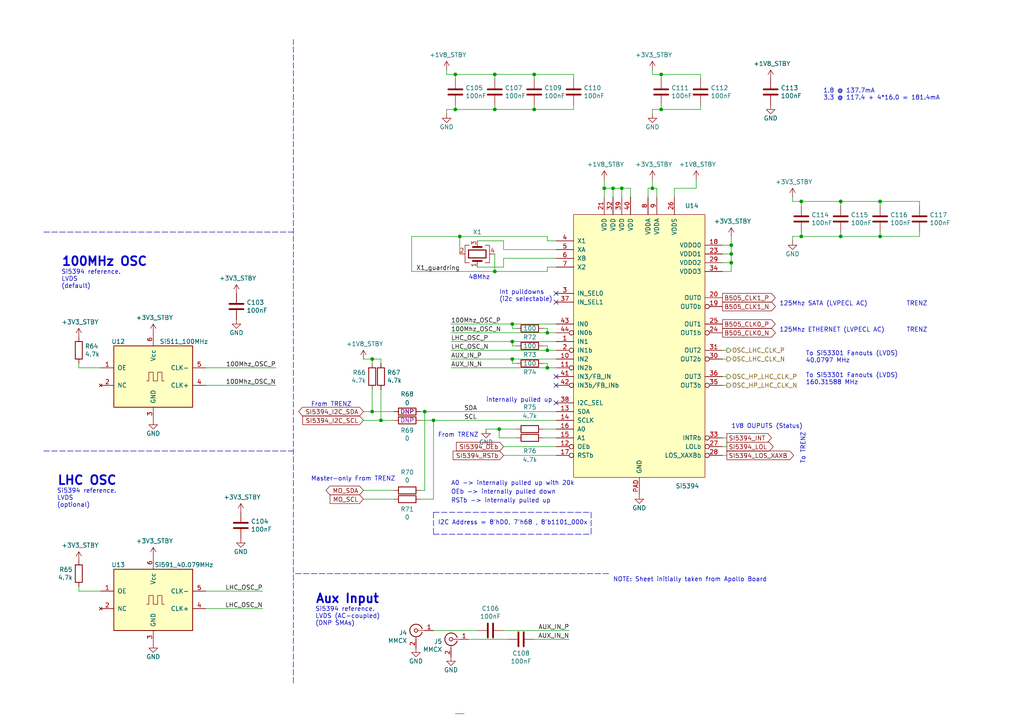
<source format=kicad_sch>
(kicad_sch (version 20211123) (generator eeschema)
  (paper "A4")
  (title_block (title "ATCA ZynqMP") (date "2020-08-20") (rev "v2.0") (company "Karlsruhe Institute of Technology (KIT) & São Paulo Research and Analysis Center (SPRACE)") (comment 1 "Luis Ardila, Oliver Sander, Luigi Calligaris, & André Cascadan"))
  (lib_symbols
    (symbol "Connector:Conn_Coaxial" (pin_names (offset 1.016) hide)
      (property "Reference" "J" (at 0.254 3.048 0))
      (property "Value" "Conn_Coaxial" (at 2.921 0 90))
      (symbol "Conn_Coaxial_0_1"
        (arc (start -1.778 -0.508) (mid 0.2311 -1.8066) (end 1.778 0) (stroke (width 0.254)))
        (polyline (pts (xy -2.54 0) (xy -0.508 0)))
        (polyline (pts (xy 0 -2.54) (xy 0 -1.778)))
        (circle (center 0 0) (radius 0.508) (stroke (width 0.2032)))
        (arc (start 1.778 0) (mid 0.2099 1.8101) (end -1.778 0.508) (stroke (width 0.254)))
      )
      (symbol "Conn_Coaxial_1_1"
        (pin passive line (at -5.08 0 0) (length 2.54) (name "In") (number "1"))
        (pin passive line (at 0 -5.08 90) (length 2.54) (name "Ext") (number "2"))
      )
    )
    (symbol "Device:C" (pin_numbers hide) (pin_names (offset 0.254))
      (property "Reference" "C" (at 0.635 2.54 0))
      (property "Value" "C" (at 0.635 -2.54 0))
      (symbol "C_0_1"
        (polyline (pts (xy -2.032 -0.762) (xy 2.032 -0.762)) (stroke (width 0.508)))
        (polyline (pts (xy -2.032 0.762) (xy 2.032 0.762)) (stroke (width 0.508)))
      )
      (symbol "C_1_1"
        (pin passive line (at 0 3.81 270) (length 2.794) (name "~") (number "1"))
        (pin passive line (at 0 -3.81 90) (length 2.794) (name "~") (number "2"))
      )
    )
    (symbol "Device:Crystal_GND24" (pin_names (offset 1.016) hide)
      (property "Reference" "Y" (at 3.175 5.08 0))
      (property "Value" "Crystal_GND24" (at 3.175 3.175 0))
      (symbol "Crystal_GND24_0_1"
        (rectangle (start -1.143 2.54) (end 1.143 -2.54) (stroke (width 0.3048)))
        (polyline (pts (xy -2.54 0) (xy -2.032 0)))
        (polyline (pts (xy -2.032 -1.27) (xy -2.032 1.27)) (stroke (width 0.508)))
        (polyline (pts (xy 0 -3.81) (xy 0 -3.556)))
        (polyline (pts (xy 0 3.556) (xy 0 3.81)))
        (polyline (pts (xy 2.032 -1.27) (xy 2.032 1.27)) (stroke (width 0.508)))
        (polyline (pts (xy 2.032 0) (xy 2.54 0)))
        (polyline (pts (xy -2.54 -2.286) (xy -2.54 -3.556) (xy 2.54 -3.556) (xy 2.54 -2.286)))
        (polyline (pts (xy -2.54 2.286) (xy -2.54 3.556) (xy 2.54 3.556) (xy 2.54 2.286)))
      )
      (symbol "Crystal_GND24_1_1"
        (pin passive line (at -3.81 0 0) (length 1.27) (name "1") (number "1"))
        (pin passive line (at 0 5.08 270) (length 1.27) (name "2") (number "2"))
        (pin passive line (at 3.81 0 180) (length 1.27) (name "3") (number "3"))
        (pin passive line (at 0 -5.08 90) (length 1.27) (name "4") (number "4"))
      )
    )
    (symbol "Device:R" (pin_numbers hide) (pin_names (offset 0))
      (property "Reference" "R" (at 2.032 0 90))
      (property "Value" "R" (at 0 0 90))
      (symbol "R_0_1"
        (rectangle (start -1.016 -2.54) (end 1.016 2.54) (stroke (width 0.254)))
      )
      (symbol "R_1_1"
        (pin passive line (at 0 3.81 270) (length 1.27) (name "~") (number "1"))
        (pin passive line (at 0 -3.81 90) (length 1.27) (name "~") (number "2"))
      )
    )
    (symbol "KIT_Clock:Si5394" (pin_names (offset 1.016))
      (property "Reference" "U" (at 15.24 -41.91 0))
      (property "Value" "Si5394" (at 1.27 7.62 0))
      (symbol "Si5394_0_1"
        (rectangle (start -19.05 38.1) (end 19.05 -38.1) (fill (type background)))
      )
      (symbol "Si5394_1_1"
        (pin input line (at -24.13 1.27 0) (length 5.08) (name "IN1") (number "1"))
        (pin input line (at -24.13 -3.81 0) (length 5.08) (name "IN2") (number "10"))
        (pin input inverted (at -24.13 -6.35 0) (length 5.08) (name "IN2b") (number "11"))
        (pin input inverted (at -24.13 -29.21 0) (length 5.08) (name "OEb") (number "12"))
        (pin bidirectional line (at -24.13 -19.05 0) (length 5.08) (name "SDA") (number "13"))
        (pin input line (at -24.13 -21.59 0) (length 5.08) (name "SCLK") (number "14"))
        (pin input line (at -24.13 -26.67 0) (length 5.08) (name "A1") (number "15"))
        (pin input line (at -24.13 -24.13 0) (length 5.08) (name "A0") (number "16"))
        (pin input inverted (at -24.13 -31.75 0) (length 5.08) (name "RSTb") (number "17"))
        (pin power_in line (at 24.13 29.21 180) (length 5.08) (name "VDDO0") (number "18"))
        (pin output inverted (at 24.13 11.43 180) (length 5.08) (name "OUT0b") (number "19"))
        (pin input inverted (at -24.13 -1.27 0) (length 5.08) (name "IN1b") (number "2"))
        (pin output line (at 24.13 13.97 180) (length 5.08) (name "OUT0") (number "20"))
        (pin power_in line (at -10.16 43.18 270) (length 5.08) (name "VDD") (number "21"))
        (pin no_connect line (at 12.7 -43.18 90) (length 5.08) hide (name "NC") (number "22"))
        (pin power_in line (at 24.13 26.67 180) (length 5.08) (name "VDDO1") (number "23"))
        (pin output inverted (at 24.13 3.81 180) (length 5.08) (name "OUT1b") (number "24"))
        (pin output line (at 24.13 6.35 180) (length 5.08) (name "OUT1") (number "25"))
        (pin power_in line (at 10.16 43.18 270) (length 5.08) (name "VDDS") (number "26"))
        (pin output inverted (at 24.13 -29.21 180) (length 5.08) (name "LOLb") (number "27"))
        (pin output inverted (at 24.13 -31.75 180) (length 5.08) (name "LOS_XAXBb") (number "28"))
        (pin power_in line (at 24.13 24.13 180) (length 5.08) (name "VDDO2") (number "29"))
        (pin input line (at -24.13 15.24 0) (length 5.08) (name "IN_SEL0") (number "3"))
        (pin output inverted (at 24.13 -3.81 180) (length 5.08) (name "OUT2b") (number "30"))
        (pin output line (at 24.13 -1.27 180) (length 5.08) (name "OUT2") (number "31"))
        (pin power_in line (at -7.62 43.18 270) (length 5.08) (name "VDD") (number "32"))
        (pin output inverted (at 24.13 -26.67 180) (length 5.08) (name "INTRb") (number "33"))
        (pin power_in line (at 24.13 21.59 180) (length 5.08) (name "VDDO3") (number "34"))
        (pin output inverted (at 24.13 -11.43 180) (length 5.08) (name "OUT3b") (number "35"))
        (pin output line (at 24.13 -8.89 180) (length 5.08) (name "OUT3") (number "36"))
        (pin input line (at -24.13 12.7 0) (length 5.08) (name "IN_SEL1") (number "37"))
        (pin input line (at -24.13 -16.51 0) (length 5.08) (name "I2C_SEL") (number "38"))
        (pin power_in line (at -5.08 43.18 270) (length 5.08) (name "VDD") (number "39"))
        (pin input line (at -24.13 30.48 0) (length 5.08) (name "X1") (number "4"))
        (pin power_in line (at -2.54 43.18 270) (length 5.08) (name "VDD") (number "40"))
        (pin input line (at -24.13 -8.89 0) (length 5.08) (name "IN3/FB_IN") (number "41"))
        (pin input inverted (at -24.13 -11.43 0) (length 5.08) (name "IN3b/FB_INb") (number "42"))
        (pin input line (at -24.13 6.35 0) (length 5.08) (name "IN0") (number "43"))
        (pin input inverted (at -24.13 3.81 0) (length 5.08) (name "IN0b") (number "44"))
        (pin input line (at -24.13 27.94 0) (length 5.08) (name "XA") (number "5"))
        (pin input line (at -24.13 25.4 0) (length 5.08) (name "XB") (number "6"))
        (pin input line (at -24.13 22.86 0) (length 5.08) (name "X2") (number "7"))
        (pin power_in line (at 2.54 43.18 270) (length 5.08) (name "VDDA") (number "8"))
        (pin power_in line (at 5.08 43.18 270) (length 5.08) (name "VDDA") (number "9"))
        (pin power_in line (at 0 -43.18 90) (length 5.08) (name "GND") (number "PAD"))
      )
    )
    (symbol "KIT_Oscillator:Si511" (pin_names (offset 1.016))
      (property "Reference" "U" (at -10.16 10.16 0))
      (property "Value" "Si511" (at 8.89 -10.16 0))
      (symbol "Si511_0_1"
        (rectangle (start -11.43 8.89) (end 11.43 -8.89) (stroke (width 0.254)) (fill (type background)))
        (polyline (pts (xy -1.905 -1.27) (xy -1.27 -1.27) (xy -1.27 1.27) (xy 0 1.27) (xy 0 -1.27) (xy 1.27 -1.27) (xy 1.27 1.27) (xy 2.54 1.27) (xy 2.54 -1.27) (xy 3.175 -1.27)))
      )
      (symbol "Si511_1_1"
        (pin input line (at -15.24 2.54 0) (length 3.81) (name "OE") (number "1"))
        (pin no_connect line (at -15.24 -2.54 0) (length 3.81) (name "NC") (number "2"))
        (pin power_in line (at 0 -12.7 90) (length 3.81) (name "GND") (number "3"))
        (pin output line (at 15.24 -2.54 180) (length 3.81) (name "CLK+") (number "4"))
        (pin output line (at 15.24 2.54 180) (length 3.81) (name "CLK-") (number "5"))
        (pin power_in line (at 0 12.7 270) (length 3.81) (name "Vcc") (number "6"))
      )
    )
    (symbol "KIT_Power:+1V8_STBY" (power) (pin_names (offset 0))
      (property "Value" "+1V8_STBY" (at 0 3.556 0))
      (symbol "+1V8_STBY_0_1"
        (polyline (pts (xy -0.762 1.27) (xy 0 2.54)))
        (polyline (pts (xy 0 0) (xy 0 2.54)))
        (polyline (pts (xy 0 2.54) (xy 0.762 1.27)))
      )
      (symbol "+1V8_STBY_1_1"
        (pin power_in line (at 0 0 90) (length 0) hide (name "+1V8_STBY") (number "1"))
      )
    )
    (symbol "KIT_Power:+3V3_STBY" (power) (pin_names (offset 0))
      (property "Value" "+3V3_STBY" (at 0 3.556 0))
      (symbol "+3V3_STBY_0_1"
        (polyline (pts (xy -0.762 1.27) (xy 0 2.54)))
        (polyline (pts (xy 0 0) (xy 0 2.54)))
        (polyline (pts (xy 0 2.54) (xy 0.762 1.27)))
      )
      (symbol "+3V3_STBY_1_1"
        (pin power_in line (at 0 0 90) (length 0) hide (name "+3V3_STBY") (number "1"))
      )
    )
    (symbol "power:GND" (power) (pin_names (offset 0))
      (property "Value" "GND" (at 0 -3.81 0))
      (symbol "GND_0_1"
        (polyline (pts (xy 0 0) (xy 0 -1.27) (xy 1.27 -1.27) (xy 0 -2.54) (xy -1.27 -1.27) (xy 0 -1.27)))
      )
      (symbol "GND_1_1"
        (pin power_in line (at 0 0 270) (length 0) hide (name "GND") (number "1"))
      )
    )
  )
  (junction (at 243.84 58.42))
  (junction (at 232.41 58.42))
  (junction (at 177.8 54.61))
  (junction (at 232.41 68.58))
  (junction (at 143.51 21.59))
  (junction (at 243.84 68.58))
  (junction (at 154.94 21.59))
  (junction (at 107.95 104.14))
  (junction (at 148.59 99.06))
  (junction (at 191.77 31.75))
  (junction (at 212.09 73.66))
  (junction (at 154.94 31.75))
  (junction (at 148.59 93.98))
  (junction (at 189.23 54.61))
  (junction (at 212.09 71.12))
  (junction (at 144.78 124.46))
  (junction (at 255.27 68.58))
  (junction (at 123.19 119.38))
  (junction (at 143.51 78.74))
  (junction (at 158.75 101.6))
  (junction (at 180.34 54.61))
  (junction (at 148.59 104.14))
  (junction (at 158.75 106.68))
  (junction (at 143.51 31.75))
  (junction (at 132.08 31.75))
  (junction (at 107.95 119.38))
  (junction (at 255.27 58.42))
  (junction (at 125.73 121.92))
  (junction (at 132.08 21.59))
  (junction (at 133.35 68.58))
  (junction (at 158.75 96.52))
  (junction (at 212.09 76.2))
  (junction (at 191.77 21.59))
  (junction (at 110.49 121.92))
  (junction (at 175.26 54.61))
  (no_connect (at 161.29 109.22))
  (no_connect (at 161.29 116.84))
  (no_connect (at 161.29 111.76))
  (no_connect (at 161.29 85.09))
  (no_connect (at 161.29 87.63))
  (wire (pts (xy 121.92 142.24) (xy 123.19 142.24)))
  (wire (pts (xy 138.43 182.88) (xy 125.73 182.88)))
  (wire (pts (xy 148.59 104.14) (xy 161.29 104.14)))
  (wire (pts (xy 212.09 71.12) (xy 212.09 73.66)))
  (wire (pts (xy 149.86 95.25) (xy 148.59 95.25)))
  (wire (pts (xy 130.81 101.6) (xy 158.75 101.6)))
  (wire (pts (xy 195.58 54.61) (xy 195.58 57.15)))
  (wire (pts (xy 201.93 54.61) (xy 195.58 54.61)))
  (wire (pts (xy 132.08 31.75) (xy 132.08 30.48)))
  (wire (pts (xy 232.41 58.42) (xy 243.84 58.42)))
  (wire (pts (xy 190.5 54.61) (xy 190.5 57.15)))
  (wire (pts (xy 119.38 78.74) (xy 119.38 68.58)))
  (polyline (pts (xy 125.73 154.94) (xy 171.45 154.94)))
  (wire (pts (xy 203.2 21.59) (xy 203.2 22.86)))
  (wire (pts (xy 129.54 21.59) (xy 132.08 21.59)))
  (wire (pts (xy 154.94 30.48) (xy 154.94 31.75)))
  (wire (pts (xy 209.55 76.2) (xy 212.09 76.2)))
  (wire (pts (xy 107.95 119.38) (xy 114.3 119.38)))
  (wire (pts (xy 229.87 69.85) (xy 229.87 68.58)))
  (wire (pts (xy 105.41 119.38) (xy 107.95 119.38)))
  (wire (pts (xy 148.59 100.33) (xy 148.59 99.06)))
  (wire (pts (xy 189.23 20.32) (xy 189.23 21.59)))
  (wire (pts (xy 189.23 33.02) (xy 189.23 31.75)))
  (wire (pts (xy 121.92 119.38) (xy 123.19 119.38)))
  (wire (pts (xy 212.09 71.12) (xy 212.09 68.58)))
  (wire (pts (xy 229.87 57.15) (xy 229.87 58.42)))
  (wire (pts (xy 158.75 77.47) (xy 161.29 77.47)))
  (wire (pts (xy 107.95 104.14) (xy 110.49 104.14)))
  (wire (pts (xy 255.27 67.31) (xy 255.27 68.58)))
  (wire (pts (xy 110.49 104.14) (xy 110.49 105.41)))
  (wire (pts (xy 190.5 54.61) (xy 189.23 54.61)))
  (wire (pts (xy 105.41 144.78) (xy 114.3 144.78)))
  (wire (pts (xy 158.75 68.58) (xy 133.35 68.58)))
  (wire (pts (xy 129.54 33.02) (xy 129.54 31.75)))
  (wire (pts (xy 146.05 69.85) (xy 138.43 69.85)))
  (wire (pts (xy 146.05 74.93) (xy 146.05 77.47)))
  (wire (pts (xy 232.41 68.58) (xy 243.84 68.58)))
  (wire (pts (xy 133.35 68.58) (xy 133.35 73.66)))
  (wire (pts (xy 191.77 31.75) (xy 203.2 31.75)))
  (wire (pts (xy 209.55 104.14) (xy 210.82 104.14)))
  (wire (pts (xy 209.55 73.66) (xy 212.09 73.66)))
  (wire (pts (xy 201.93 52.07) (xy 201.93 54.61)))
  (wire (pts (xy 143.51 31.75) (xy 154.94 31.75)))
  (wire (pts (xy 209.55 101.6) (xy 210.82 101.6)))
  (wire (pts (xy 255.27 58.42) (xy 255.27 59.69)))
  (wire (pts (xy 143.51 21.59) (xy 143.51 22.86)))
  (wire (pts (xy 165.1 185.42) (xy 154.94 185.42)))
  (wire (pts (xy 161.29 72.39) (xy 146.05 72.39)))
  (wire (pts (xy 144.78 124.46) (xy 149.86 124.46)))
  (wire (pts (xy 29.21 171.45) (xy 22.86 171.45)))
  (wire (pts (xy 182.88 57.15) (xy 182.88 54.61)))
  (wire (pts (xy 119.38 68.58) (xy 133.35 68.58)))
  (wire (pts (xy 229.87 58.42) (xy 232.41 58.42)))
  (wire (pts (xy 146.05 72.39) (xy 146.05 69.85)))
  (wire (pts (xy 154.94 21.59) (xy 154.94 22.86)))
  (wire (pts (xy 29.21 106.68) (xy 22.86 106.68)))
  (wire (pts (xy 105.41 142.24) (xy 114.3 142.24)))
  (wire (pts (xy 132.08 21.59) (xy 143.51 21.59)))
  (wire (pts (xy 191.77 31.75) (xy 191.77 30.48)))
  (wire (pts (xy 59.69 111.76) (xy 80.01 111.76)))
  (wire (pts (xy 158.75 69.85) (xy 161.29 69.85)))
  (wire (pts (xy 143.51 30.48) (xy 143.51 31.75)))
  (wire (pts (xy 144.78 127) (xy 144.78 124.46)))
  (wire (pts (xy 191.77 21.59) (xy 203.2 21.59)))
  (wire (pts (xy 209.55 132.08) (xy 210.82 132.08)))
  (wire (pts (xy 243.84 68.58) (xy 255.27 68.58)))
  (wire (pts (xy 243.84 58.42) (xy 243.84 59.69)))
  (wire (pts (xy 189.23 52.07) (xy 189.23 54.61)))
  (wire (pts (xy 121.92 121.92) (xy 125.73 121.92)))
  (wire (pts (xy 107.95 113.03) (xy 107.95 119.38)))
  (wire (pts (xy 158.75 101.6) (xy 161.29 101.6)))
  (wire (pts (xy 203.2 30.48) (xy 203.2 31.75)))
  (wire (pts (xy 189.23 54.61) (xy 187.96 54.61)))
  (wire (pts (xy 158.75 106.68) (xy 161.29 106.68)))
  (wire (pts (xy 146.05 182.88) (xy 165.1 182.88)))
  (wire (pts (xy 123.19 142.24) (xy 123.19 119.38)))
  (wire (pts (xy 59.69 171.45) (xy 76.2 171.45)))
  (wire (pts (xy 158.75 95.25) (xy 158.75 96.52)))
  (wire (pts (xy 144.78 124.46) (xy 140.97 124.46)))
  (wire (pts (xy 191.77 22.86) (xy 191.77 21.59)))
  (wire (pts (xy 229.87 68.58) (xy 232.41 68.58)))
  (wire (pts (xy 125.73 121.92) (xy 161.29 121.92)))
  (wire (pts (xy 132.08 31.75) (xy 143.51 31.75)))
  (wire (pts (xy 175.26 52.07) (xy 175.26 54.61)))
  (wire (pts (xy 143.51 21.59) (xy 154.94 21.59)))
  (wire (pts (xy 177.8 54.61) (xy 175.26 54.61)))
  (wire (pts (xy 146.05 132.08) (xy 161.29 132.08)))
  (wire (pts (xy 243.84 58.42) (xy 255.27 58.42)))
  (wire (pts (xy 148.59 99.06) (xy 161.29 99.06)))
  (wire (pts (xy 130.81 96.52) (xy 158.75 96.52)))
  (wire (pts (xy 59.69 176.53) (xy 76.2 176.53)))
  (polyline (pts (xy 125.73 148.59) (xy 125.73 154.94)))
  (wire (pts (xy 130.81 99.06) (xy 148.59 99.06)))
  (wire (pts (xy 180.34 54.61) (xy 177.8 54.61)))
  (wire (pts (xy 158.75 78.74) (xy 158.75 77.47)))
  (wire (pts (xy 232.41 59.69) (xy 232.41 58.42)))
  (wire (pts (xy 130.81 106.68) (xy 158.75 106.68)))
  (wire (pts (xy 105.41 104.14) (xy 107.95 104.14)))
  (wire (pts (xy 158.75 68.58) (xy 158.75 69.85)))
  (wire (pts (xy 143.51 78.74) (xy 143.51 73.66)))
  (wire (pts (xy 157.48 100.33) (xy 158.75 100.33)))
  (wire (pts (xy 154.94 21.59) (xy 166.37 21.59)))
  (polyline (pts (xy 85.09 198.12) (xy 85.09 11.43)))
  (wire (pts (xy 22.86 106.68) (xy 22.86 105.41)))
  (wire (pts (xy 146.05 129.54) (xy 161.29 129.54)))
  (wire (pts (xy 243.84 67.31) (xy 243.84 68.58)))
  (wire (pts (xy 209.55 111.76) (xy 210.82 111.76)))
  (wire (pts (xy 189.23 21.59) (xy 191.77 21.59)))
  (wire (pts (xy 212.09 73.66) (xy 212.09 76.2)))
  (wire (pts (xy 212.09 76.2) (xy 212.09 78.74)))
  (polyline (pts (xy 12.7 130.81) (xy 85.09 130.81)))
  (wire (pts (xy 180.34 57.15) (xy 180.34 54.61)))
  (wire (pts (xy 158.75 96.52) (xy 161.29 96.52)))
  (wire (pts (xy 105.41 121.92) (xy 110.49 121.92)))
  (wire (pts (xy 121.92 144.78) (xy 125.73 144.78)))
  (wire (pts (xy 158.75 100.33) (xy 158.75 101.6)))
  (wire (pts (xy 209.55 109.22) (xy 210.82 109.22)))
  (wire (pts (xy 157.48 95.25) (xy 158.75 95.25)))
  (wire (pts (xy 144.78 127) (xy 149.86 127)))
  (wire (pts (xy 129.54 31.75) (xy 132.08 31.75)))
  (wire (pts (xy 110.49 113.03) (xy 110.49 121.92)))
  (wire (pts (xy 129.54 20.32) (xy 129.54 21.59)))
  (wire (pts (xy 22.86 171.45) (xy 22.86 170.18)))
  (wire (pts (xy 255.27 58.42) (xy 266.7 58.42)))
  (wire (pts (xy 148.59 95.25) (xy 148.59 93.98)))
  (wire (pts (xy 232.41 68.58) (xy 232.41 67.31)))
  (wire (pts (xy 134.62 207.01) (xy 132.08 207.01)))
  (wire (pts (xy 212.09 78.74) (xy 209.55 78.74)))
  (wire (pts (xy 123.19 119.38) (xy 161.29 119.38)))
  (wire (pts (xy 187.96 54.61) (xy 187.96 57.15)))
  (wire (pts (xy 161.29 74.93) (xy 146.05 74.93)))
  (wire (pts (xy 149.86 105.41) (xy 148.59 105.41)))
  (wire (pts (xy 148.59 93.98) (xy 161.29 93.98)))
  (wire (pts (xy 266.7 67.31) (xy 266.7 68.58)))
  (wire (pts (xy 158.75 105.41) (xy 158.75 106.68)))
  (wire (pts (xy 148.59 105.41) (xy 148.59 104.14)))
  (wire (pts (xy 255.27 68.58) (xy 266.7 68.58)))
  (wire (pts (xy 177.8 57.15) (xy 177.8 54.61)))
  (wire (pts (xy 158.75 78.74) (xy 143.51 78.74)))
  (wire (pts (xy 266.7 58.42) (xy 266.7 59.69)))
  (polyline (pts (xy 12.7 67.31) (xy 85.09 67.31)))
  (wire (pts (xy 110.49 121.92) (xy 114.3 121.92)))
  (wire (pts (xy 209.55 127) (xy 210.82 127)))
  (wire (pts (xy 125.73 144.78) (xy 125.73 121.92)))
  (wire (pts (xy 157.48 127) (xy 161.29 127)))
  (polyline (pts (xy 171.45 148.59) (xy 171.45 154.94)))
  (wire (pts (xy 154.94 31.75) (xy 166.37 31.75)))
  (wire (pts (xy 182.88 54.61) (xy 180.34 54.61)))
  (wire (pts (xy 189.23 31.75) (xy 191.77 31.75)))
  (wire (pts (xy 146.05 77.47) (xy 138.43 77.47)))
  (wire (pts (xy 209.55 71.12) (xy 212.09 71.12)))
  (wire (pts (xy 135.89 185.42) (xy 147.32 185.42)))
  (wire (pts (xy 143.51 78.74) (xy 119.38 78.74)))
  (wire (pts (xy 209.55 129.54) (xy 210.82 129.54)))
  (wire (pts (xy 107.95 105.41) (xy 107.95 104.14)))
  (wire (pts (xy 157.48 124.46) (xy 161.29 124.46)))
  (wire (pts (xy 149.86 100.33) (xy 148.59 100.33)))
  (wire (pts (xy 59.69 106.68) (xy 80.01 106.68)))
  (polyline (pts (xy 176.53 166.37) (xy 85.09 166.37)))
  (wire (pts (xy 166.37 21.59) (xy 166.37 22.86)))
  (wire (pts (xy 130.81 104.14) (xy 148.59 104.14)))
  (wire (pts (xy 157.48 105.41) (xy 158.75 105.41)))
  (polyline (pts (xy 125.73 148.59) (xy 171.45 148.59)))
  (wire (pts (xy 130.81 93.98) (xy 148.59 93.98)))
  (wire (pts (xy 132.08 22.86) (xy 132.08 21.59)))
  (wire (pts (xy 175.26 54.61) (xy 175.26 57.15)))
  (wire (pts (xy 166.37 30.48) (xy 166.37 31.75)))
  (text "1.8 @ 137.7mA\n3.3 @ 117.4 + 4*16.0 = 181.4mA" (at 238.76 29.21 0) (effects (font (size 1.27 1.27)) (justify left bottom)))
  (text "48Mhz" (at 135.89 81.28 0) (effects (font (size 1.27 1.27)) (justify left bottom)))
  (text "From TRENZ" (at 127 127 0) (effects (font (size 1.27 1.27)) (justify left bottom)))
  (text "Int pulldowns\n(i2c selectable)" (at 144.78 87.63 0) (effects (font (size 1.27 1.27)) (justify left bottom)))
  (text "125Mhz ETHERNET (LVPECL AC)" (at 226.06 96.52 0) (effects (font (size 1.27 1.27)) (justify left bottom)))
  (text "1V8 OUPUTS (Status)" (at 212.09 124.46 0) (effects (font (size 1.27 1.27)) (justify left bottom)))
  (text "LHC OSC" (at 16.51 140.97 0) (effects (font (size 2.54 2.54) (thickness 0.508) bold) (justify left bottom)))
  (text "Aux Input" (at 91.44 175.26 0) (effects (font (size 2.54 2.54) (thickness 0.508) bold) (justify left bottom)))
  (text "To TRENZ" (at 233.68 134.62 90) (effects (font (size 1.27 1.27)) (justify left bottom)))
  (text "To Si53301 Fanouts (LVDS)\n160.31588 MHz" (at 233.68 111.76 0) (effects (font (size 1.27 1.27)) (justify left bottom)))
  (text "I2C Address = 8'hD0, 7'h68 , 8'b1101_000x" (at 127 152.4 0) (effects (font (size 1.27 1.27)) (justify left bottom)))
  (text "To Si53301 Fanouts (LVDS)\n40.0797 MHz" (at 233.68 105.41 0) (effects (font (size 1.27 1.27)) (justify left bottom)))
  (text "125Mhz SATA (LVPECL AC)" (at 226.06 88.9 0) (effects (font (size 1.27 1.27)) (justify left bottom)))
  (text "Master-only From TRENZ" (at 90.17 139.7 0) (effects (font (size 1.27 1.27)) (justify left bottom)))
  (text "internally pulled up" (at 140.97 116.84 0) (effects (font (size 1.27 1.27)) (justify left bottom)))
  (text "OEb -> internally pulled down" (at 130.81 143.51 0) (effects (font (size 1.27 1.27)) (justify left bottom)))
  (text "Si5394 reference.\nLVDS (AC-coupled)\n(DNP SMAs)" (at 91.44 181.61 0) (effects (font (size 1.27 1.27)) (justify left bottom)))
  (text "Si5394 reference.\nLVDS\n(optional)" (at 16.51 147.32 0) (effects (font (size 1.27 1.27)) (justify left bottom)))
  (text "RSTb -> internally pulled up" (at 130.81 146.05 0) (effects (font (size 1.27 1.27)) (justify left bottom)))
  (text "A0 -> internally pulled up with 20k" (at 130.81 140.97 0) (effects (font (size 1.27 1.27)) (justify left bottom)))
  (text "100MHz OSC" (at 17.78 77.47 0) (effects (font (size 2.54 2.54) (thickness 0.508) bold) (justify left bottom)))
  (text "TRENZ" (at 262.89 88.9 0) (effects (font (size 1.27 1.27)) (justify left bottom)))
  (text "NOTE: Sheet initially taken from Apollo Board" (at 177.8 168.91 0) (effects (font (size 1.27 1.27)) (justify left bottom)))
  (text "Si5394 reference.\nLVDS\n(default)" (at 17.78 83.82 0) (effects (font (size 1.27 1.27)) (justify left bottom)))
  (text "From TRENZ" (at 90.17 118.11 0) (effects (font (size 1.27 1.27)) (justify left bottom)))
  (text "TRENZ" (at 262.89 96.52 0) (effects (font (size 1.27 1.27)) (justify left bottom)))
  (label "100Mhz_OSC_P" (at 130.81 93.98 0))
  (label "SDA" (at 134.62 119.38 0))
  (label "100Mhz_OSC_P" (at 80.01 106.68 180))
  (label "AUX_IN_N" (at 165.1 185.42 180))
  (label "AUX_IN_N" (at 130.81 106.68 0))
  (label "AUX_IN_P" (at 130.81 104.14 0))
  (label "LHC_OSC_P" (at 130.81 99.06 0))
  (label "100Mhz_OSC_N" (at 130.81 96.52 0))
  (label "LHC_OSC_P" (at 76.2 171.45 180))
  (label "LHC_OSC_N" (at 76.2 176.53 180))
  (label "SCL" (at 134.62 121.92 0))
  (label "100Mhz_OSC_N" (at 80.01 111.76 180))
  (label "AUX_IN_P" (at 165.1 182.88 180))
  (label "X1_guardring" (at 133.35 78.74 180))
  (label "LHC_OSC_N" (at 130.81 101.6 0))
  (global_label "MO_SCL" (shape input) (at 105.41 144.78 180) (property "Intersheet References" "${INTERSHEET_REFS}" (effects hide)))
  (global_label "B505_CLK0_N" (shape output) (at 209.55 96.52 0) (property "Intersheet References" "${INTERSHEET_REFS}" (effects hide)))
  (global_label "SI5394_OEb" (shape input) (at 146.05 129.54 180) (property "Intersheet References" "${INTERSHEET_REFS}" (effects hide)))
  (global_label "SI5394_I2C_SDA" (shape bidirectional) (at 105.41 119.38 180) (property "Intersheet References" "${INTERSHEET_REFS}" (effects hide)))
  (global_label "B505_CLK1_P" (shape output) (at 209.55 86.36 0) (property "Intersheet References" "${INTERSHEET_REFS}" (effects hide)))
  (global_label "MO_SDA" (shape bidirectional) (at 105.41 142.24 180) (property "Intersheet References" "${INTERSHEET_REFS}" (effects hide)))
  (global_label "SI5394_I2C_SCL" (shape input) (at 105.41 121.92 180) (property "Intersheet References" "${INTERSHEET_REFS}" (effects hide)))
  (global_label "SI5394_RSTb" (shape input) (at 146.05 132.08 180) (property "Intersheet References" "${INTERSHEET_REFS}" (effects hide)))
  (global_label "SI5394_LOL" (shape output) (at 210.82 129.54 0) (property "Intersheet References" "${INTERSHEET_REFS}" (effects hide)))
  (global_label "B505_CLK0_P" (shape output) (at 209.55 93.98 0) (property "Intersheet References" "${INTERSHEET_REFS}" (effects hide)))
  (global_label "SI5394_LOS_XAXB" (shape output) (at 210.82 132.08 0) (property "Intersheet References" "${INTERSHEET_REFS}" (effects hide)))
  (global_label "SI5394_INT" (shape output) (at 210.82 127 0) (property "Intersheet References" "${INTERSHEET_REFS}" (effects hide)))
  (global_label "B505_CLK1_N" (shape output) (at 209.55 88.9 0) (property "Intersheet References" "${INTERSHEET_REFS}" (effects hide)))
  (hierarchical_label "OSC_HP_LHC_CLK_N" (shape output) (at 210.82 111.76 0))
  (hierarchical_label "OSC_HP_LHC_CLK_P" (shape output) (at 210.82 109.22 0))
  (hierarchical_label "OSC_LHC_CLK_P" (shape output) (at 210.82 101.6 0))
  (hierarchical_label "OSC_LHC_CLK_N" (shape output) (at 210.82 104.14 0))
  (symbol (lib_id "KIT_Clock:Si5394") (at 185.42 100.33 0) (unit 1)
    (property "Reference" "U14" (at 200.66 59.69 0))
    (property "Value" "Si5394" (at 199.39 140.97 0))
    (property "Footprint" "KIT_Package_DFN_QFN:QFN-44-1EP_7x7mm_P0.5mm_EP5.3x5.3mm" (effects hide))
    (property "Datasheet" "https://www.silabs.com/documents/public/data-sheets/si5395-94-92-a-datasheet.pdf" (effects hide))
    (property "digikey#" "336-4800-ND" (effects hide))
    (property "manf#" "SI5394A-A-GM" (effects hide))
    (property "manf" "Silicon Labs" (effects hide))
    (property "info" "IC SNGL PLL JITTER ATTEN 44QFN" (effects hide))
  )
  (symbol (lib_id "Device:Crystal_GND24") (at 138.43 73.66 90) (unit 1)
    (property "Reference" "X1" (at 138.43 67.31 90))
    (property "Value" "CX3225SB" (effects hide))
    (property "Footprint" "Crystal:Crystal_SMD_3225-4Pin_3.2x2.5mm" (effects hide))
    (property "Datasheet" "https://media.digikey.com/pdf/Data%20Sheets/AVX%20PDFs/CX3225SB48000D0FPJC1.pdf" (effects hide))
    (property "digikey#" "1253-1377-1-ND" (effects hide))
    (property "manf#" "CX3225SB48000D0FPJC1" (effects hide))
    (property "manf" "Kyocera International Inc. Electronic Components" (effects hide))
    (property "info" "48MHz ±10ppm Crystal 8pF 23 Ohms 4-SMD, No Lead" (effects hide))
  )
  (symbol (lib_id "Device:R") (at 153.67 127 270) (unit 1)
    (property "Reference" "R76" (at 153.67 130.81 90))
    (property "Value" "4.7k" (at 153.67 133.35 90))
    (property "Footprint" "Resistor_SMD:R_0402_1005Metric" (effects hide))
    (property "tolerance" "1%" (effects hide))
    (property "stock" "AVT-IPE" (effects hide))
  )
  (symbol (lib_id "Device:R") (at 153.67 124.46 270) (unit 1)
    (property "Reference" "R75" (at 153.67 118.11 90))
    (property "Value" "4.7k" (at 153.67 120.65 90))
    (property "Footprint" "Resistor_SMD:R_0402_1005Metric" (effects hide))
    (property "tolerance" "1%" (effects hide))
    (property "stock" "AVT-IPE" (effects hide))
  )
  (symbol (lib_id "power:GND") (at 140.97 124.46 0) (unit 1)
    (property "Reference" "#PWR0104" (effects hide))
    (property "Value" "GND" (at 140.97 128.27 0))
  )
  (symbol (lib_id "Device:R") (at 153.67 105.41 270) (unit 1)
    (property "Reference" "R74" (at 153.67 107.95 90))
    (property "Value" "100" (at 153.67 105.41 90))
    (property "Footprint" "Resistor_SMD:R_0402_1005Metric" (effects hide))
    (property "stock" "AVT-IPE" (effects hide))
  )
  (symbol (lib_id "Device:R") (at 153.67 100.33 270) (unit 1)
    (property "Reference" "R73" (at 153.67 102.87 90))
    (property "Value" "100" (at 153.67 100.33 90))
    (property "Footprint" "Resistor_SMD:R_0402_1005Metric" (effects hide))
    (property "stock" "AVT-IPE" (effects hide))
  )
  (symbol (lib_id "Device:R") (at 153.67 95.25 270) (unit 1)
    (property "Reference" "R72" (at 153.67 97.79 90))
    (property "Value" "100" (at 153.67 95.25 90))
    (property "Footprint" "Resistor_SMD:R_0402_1005Metric" (effects hide))
    (property "stock" "AVT-IPE" (effects hide))
  )
  (symbol (lib_id "Device:R") (at 110.49 109.22 0) (unit 1)
    (property "Reference" "R67" (at 112.268 108.0516 0) (effects (justify left)))
    (property "Value" "4.7k" (at 112.268 110.363 0) (effects (justify left)))
    (property "Footprint" "Resistor_SMD:R_0402_1005Metric" (effects hide))
    (property "tolerance" "1%" (effects hide))
    (property "stock" "AVT-IPE" (effects hide))
  )
  (symbol (lib_id "Device:R") (at 107.95 109.22 0) (unit 1)
    (property "Reference" "R66" (at 106.172 108.0516 0) (effects (justify right)))
    (property "Value" "4.7k" (at 106.172 110.363 0) (effects (justify right)))
    (property "Footprint" "Resistor_SMD:R_0402_1005Metric" (effects hide))
    (property "tolerance" "1%" (effects hide))
    (property "stock" "AVT-IPE" (effects hide))
  )
  (symbol (lib_id "KIT_Oscillator:Si511") (at 44.45 173.99 0) (unit 1)
    (property "Reference" "U13" (at 34.29 163.83 0))
    (property "Value" "Si591_40.079MHz" (at 53.34 163.83 0))
    (property "Footprint" "KIT_Oscillator:Oscillator_SMD_si511-6Pin_5.0x3.2mm" (effects hide))
    (property "Datasheet" "https://www.silabs.com/documents/public/data-sheets/Si590-591.pdf" (effects hide))
    (property "manf#" "591BA040M079DG" (effects hide))
    (property "digikey#" "591BA-ADG-ND" (effects hide))
    (property "info" "XO (Standard) LVDS 10MHz ~ 124.999MHz Programmable Oscillator 3.3V Enable/Disable 6-SMD, No Lead" (effects hide))
    (property "manf" "Silicon Labs" (effects hide))
  )
  (symbol (lib_id "Device:C") (at 69.85 152.4 0) (unit 1)
    (property "Reference" "C104" (at 72.771 151.2316 0) (effects (justify left)))
    (property "Value" "100nF" (at 72.771 153.543 0) (effects (justify left)))
    (property "Footprint" "Capacitor_SMD:C_0402_1005Metric" (effects hide))
    (property "voltage" "25 V" (effects hide))
    (property "stock" "AVT-IPE" (effects hide))
  )
  (symbol (lib_id "power:GND") (at 69.85 156.21 0) (unit 1)
    (property "Reference" "#PWR098" (effects hide))
    (property "Value" "GND" (at 69.85 160.02 0))
  )
  (symbol (lib_id "power:GND") (at 44.45 186.69 0) (unit 1)
    (property "Reference" "#PWR094" (effects hide))
    (property "Value" "GND" (at 44.45 190.5 0))
  )
  (symbol (lib_id "Device:R") (at 22.86 166.37 0) (unit 1)
    (property "Reference" "R65" (at 21.082 165.2016 0) (effects (justify right)))
    (property "Value" "4.7k" (at 21.082 167.513 0) (effects (justify right)))
    (property "Footprint" "Resistor_SMD:R_0402_1005Metric" (effects hide))
    (property "tolerance" "1%" (effects hide))
    (property "stock" "AVT-IPE" (effects hide))
  )
  (symbol (lib_id "KIT_Oscillator:Si511") (at 44.45 109.22 0) (unit 1)
    (property "Reference" "U12" (at 34.29 99.06 0))
    (property "Value" "Si511_100MHz" (at 53.34 99.06 0))
    (property "Footprint" "KIT_Oscillator:Oscillator_SMD_si511-6Pin_5.0x3.2mm" (effects hide))
    (property "Datasheet" "https://www.silabs.com/documents/public/data-sheets/si510-11.pdf" (effects hide))
    (property "manf#" "511BBA100M000BAG" (effects hide))
    (property "manf" "Silicon Labs" (effects hide))
    (property "info" "100MHz XO (Standard) LVDS Oscillator 3.3V Enable/Disable 6-SMD, No Lead" (effects hide))
    (property "digikey#" "336-2634-ND" (effects hide))
  )
  (symbol (lib_id "Device:C") (at 68.58 88.9 0) (unit 1)
    (property "Reference" "C103" (at 71.501 87.7316 0) (effects (justify left)))
    (property "Value" "100nF" (at 71.501 90.043 0) (effects (justify left)))
    (property "Footprint" "Capacitor_SMD:C_0402_1005Metric" (effects hide))
    (property "voltage" "25 V" (effects hide))
    (property "stock" "AVT-IPE" (effects hide))
  )
  (symbol (lib_id "power:GND") (at 68.58 92.71 0) (unit 1)
    (property "Reference" "#PWR096" (effects hide))
    (property "Value" "GND" (at 68.58 96.52 0))
  )
  (symbol (lib_id "power:GND") (at 44.45 121.92 0) (unit 1)
    (property "Reference" "#PWR092" (effects hide))
    (property "Value" "GND" (at 44.45 125.73 0))
  )
  (symbol (lib_id "Device:R") (at 22.86 101.6 0) (unit 1)
    (property "Reference" "R64" (at 24.638 100.4316 0) (effects (justify left)))
    (property "Value" "4.7k" (at 24.638 102.743 0) (effects (justify left)))
    (property "Footprint" "Resistor_SMD:R_0402_1005Metric" (effects hide))
    (property "tolerance" "1%" (effects hide))
    (property "stock" "AVT-IPE" (effects hide))
  )
  (symbol (lib_id "power:GND") (at 185.42 143.51 0) (unit 1)
    (property "Reference" "#PWR0106" (effects hide))
    (property "Value" "GND" (at 185.42 147.32 0))
  )
  (symbol (lib_id "Device:C") (at 223.52 26.67 0) (mirror y) (unit 1)
    (property "Reference" "C113" (at 226.441 25.5016 0) (effects (justify right)))
    (property "Value" "100nF" (at 226.441 27.813 0) (effects (justify right)))
    (property "Footprint" "Capacitor_SMD:C_0402_1005Metric" (effects hide))
    (property "voltage" "25 V" (effects hide))
    (property "stock" "AVT-IPE" (effects hide))
  )
  (symbol (lib_id "power:GND") (at 223.52 30.48 0) (unit 1)
    (property "Reference" "#PWR0113" (effects hide))
    (property "Value" "GND" (at 223.52 34.29 0))
  )
  (symbol (lib_id "Device:C") (at 203.2 26.67 0) (mirror y) (unit 1)
    (property "Reference" "C112" (at 206.121 25.5016 0) (effects (justify right)))
    (property "Value" "100nF" (at 206.121 27.813 0) (effects (justify right)))
    (property "Footprint" "Capacitor_SMD:C_0402_1005Metric" (effects hide))
    (property "voltage" "25 V" (effects hide))
    (property "stock" "AVT-IPE" (effects hide))
  )
  (symbol (lib_id "Device:C") (at 191.77 26.67 0) (mirror y) (unit 1)
    (property "Reference" "C111" (at 194.691 25.5016 0) (effects (justify right)))
    (property "Value" "100nF" (at 194.691 27.813 0) (effects (justify right)))
    (property "Footprint" "Capacitor_SMD:C_0402_1005Metric" (effects hide))
    (property "voltage" "25 V" (effects hide))
    (property "stock" "AVT-IPE" (effects hide))
  )
  (symbol (lib_id "power:GND") (at 189.23 33.02 0) (unit 1)
    (property "Reference" "#PWR0108" (effects hide))
    (property "Value" "GND" (at 189.23 36.83 0))
  )
  (symbol (lib_id "power:GND") (at 129.54 33.02 0) (unit 1)
    (property "Reference" "#PWR0102" (effects hide))
    (property "Value" "GND" (at 129.54 36.83 0))
  )
  (symbol (lib_id "Device:C") (at 143.51 26.67 0) (mirror y) (unit 1)
    (property "Reference" "C107" (at 146.431 25.5016 0) (effects (justify right)))
    (property "Value" "100nF" (at 146.431 27.813 0) (effects (justify right)))
    (property "Footprint" "Capacitor_SMD:C_0402_1005Metric" (effects hide))
    (property "voltage" "25 V" (effects hide))
    (property "stock" "AVT-IPE" (effects hide))
  )
  (symbol (lib_id "Device:C") (at 132.08 26.67 0) (mirror y) (unit 1)
    (property "Reference" "C105" (at 135.001 25.5016 0) (effects (justify right)))
    (property "Value" "100nF" (at 135.001 27.813 0) (effects (justify right)))
    (property "Footprint" "Capacitor_SMD:C_0402_1005Metric" (effects hide))
    (property "voltage" "25 V" (effects hide))
    (property "stock" "AVT-IPE" (effects hide))
  )
  (symbol (lib_id "Device:C") (at 154.94 26.67 0) (mirror y) (unit 1)
    (property "Reference" "C109" (at 157.861 25.5016 0) (effects (justify right)))
    (property "Value" "100nF" (at 157.861 27.813 0) (effects (justify right)))
    (property "Footprint" "Capacitor_SMD:C_0402_1005Metric" (effects hide))
    (property "voltage" "25 V" (effects hide))
    (property "stock" "AVT-IPE" (effects hide))
  )
  (symbol (lib_id "Device:C") (at 166.37 26.67 0) (mirror y) (unit 1)
    (property "Reference" "C110" (at 169.291 25.5016 0) (effects (justify right)))
    (property "Value" "100nF" (at 169.291 27.813 0) (effects (justify right)))
    (property "Footprint" "Capacitor_SMD:C_0402_1005Metric" (effects hide))
    (property "voltage" "25 V" (effects hide))
    (property "stock" "AVT-IPE" (effects hide))
  )
  (symbol (lib_id "Connector:Conn_Coaxial") (at 120.65 182.88 0) (mirror y) (unit 1)
    (property "Reference" "J4" (at 118.11 183.515 0) (effects (justify left)))
    (property "Value" "MMCX" (at 118.11 185.8264 0) (effects (justify left)))
    (property "Footprint" "Connector_Coaxial:MMCX_Molex_73415-1471_Vertical" (effects hide))
    (property "Datasheet" "Datasheet" (effects hide))
    (property "digikey#" "WM5557-ND" (effects hide))
    (property "manf" "Molex" (effects hide))
    (property "manf#" "0734151471" (effects hide))
    (property "info" "MMCX Connector Jack, Female Socket 50Ohm Through Hole Solder" (effects hide))
    (property "DNP" "DNP" (effects hide))
  )
  (symbol (lib_id "Connector:Conn_Coaxial") (at 130.81 185.42 0) (mirror y) (unit 1)
    (property "Reference" "J5" (at 128.27 186.055 0) (effects (justify left)))
    (property "Value" "MMCX" (at 128.27 188.3664 0) (effects (justify left)))
    (property "Footprint" "Connector_Coaxial:MMCX_Molex_73415-1471_Vertical" (effects hide))
    (property "Datasheet" "Datasheet" (effects hide))
    (property "DNP" "DNP" (effects hide))
    (property "digikey#" "WM5557-ND" (effects hide))
    (property "info" "MMCX Connector Jack, Female Socket 50Ohm Through Hole Solder" (effects hide))
    (property "manf" "Molex" (effects hide))
    (property "manf#" "0734151471" (effects hide))
  )
  (symbol (lib_id "power:GND") (at 130.81 190.5 0) (mirror y) (unit 1)
    (property "Reference" "#PWR0103" (effects hide))
    (property "Value" "GND" (at 130.81 194.31 0))
  )
  (symbol (lib_id "power:GND") (at 120.65 187.96 0) (mirror y) (unit 1)
    (property "Reference" "#PWR0100" (effects hide))
    (property "Value" "GND" (at 120.65 191.77 0))
  )
  (symbol (lib_id "Device:C") (at 142.24 182.88 270) (unit 1)
    (property "Reference" "C106" (at 142.24 176.4792 90))
    (property "Value" "100nF" (at 142.24 178.7906 90))
    (property "Footprint" "Capacitor_SMD:C_0603_1608Metric" (effects hide))
    (property "stock" "AVT-IPE" (effects hide))
    (property "voltage" "16 V" (effects hide))
  )
  (symbol (lib_id "Device:C") (at 151.13 185.42 270) (mirror x) (unit 1)
    (property "Reference" "C108" (at 151.13 189.484 90))
    (property "Value" "100nF" (at 151.13 191.7954 90))
    (property "Footprint" "Capacitor_SMD:C_0603_1608Metric" (effects hide))
    (property "stock" "AVT-IPE" (effects hide))
    (property "voltage" "16 V" (effects hide))
  )
  (symbol (lib_id "KIT_Power:+3V3_STBY") (at 189.23 20.32 0) (unit 1)
    (property "Reference" "#PWR0107" (effects hide))
    (property "Value" "+3V3_STBY" (at 189.611 15.9258 0))
  )
  (symbol (lib_id "KIT_Power:+3V3_STBY") (at 189.23 52.07 0) (unit 1)
    (property "Reference" "#PWR0109" (effects hide))
    (property "Value" "+3V3_STBY" (at 189.611 47.6758 0))
  )
  (symbol (lib_id "KIT_Power:+1V8_STBY") (at 129.54 20.32 0) (unit 1)
    (property "Reference" "#PWR0101" (effects hide))
    (property "Value" "+1V8_STBY" (at 129.921 15.9258 0))
  )
  (symbol (lib_id "KIT_Power:+1V8_STBY") (at 223.52 22.86 0) (unit 1)
    (property "Reference" "#PWR0112" (effects hide))
    (property "Value" "+1V8_STBY" (at 223.901 18.4658 0))
  )
  (symbol (lib_id "KIT_Power:+1V8_STBY") (at 201.93 52.07 0) (unit 1)
    (property "Reference" "#PWR0110" (effects hide))
    (property "Value" "+1V8_STBY" (at 202.311 47.6758 0))
  )
  (symbol (lib_id "KIT_Power:+1V8_STBY") (at 175.26 52.07 0) (unit 1)
    (property "Reference" "#PWR0105" (effects hide))
    (property "Value" "+1V8_STBY" (at 175.641 47.6758 0))
  )
  (symbol (lib_id "KIT_Power:+1V8_STBY") (at 105.41 104.14 0) (unit 1)
    (property "Reference" "#PWR099" (effects hide))
    (property "Value" "+1V8_STBY" (at 105.791 99.7458 0))
  )
  (symbol (lib_id "KIT_Power:+3V3_STBY") (at 68.58 85.09 0) (unit 1)
    (property "Reference" "#PWR095" (effects hide))
    (property "Value" "+3V3_STBY" (at 68.961 80.6958 0))
  )
  (symbol (lib_id "KIT_Power:+3V3_STBY") (at 44.45 96.52 0) (unit 1)
    (property "Reference" "#PWR091" (effects hide))
    (property "Value" "+3V3_STBY" (at 44.831 92.1258 0))
  )
  (symbol (lib_id "KIT_Power:+3V3_STBY") (at 22.86 97.79 0) (unit 1)
    (property "Reference" "#PWR089" (effects hide))
    (property "Value" "+3V3_STBY" (at 23.241 93.3958 0))
  )
  (symbol (lib_id "KIT_Power:+3V3_STBY") (at 69.85 148.59 0) (unit 1)
    (property "Reference" "#PWR097" (effects hide))
    (property "Value" "+3V3_STBY" (at 70.231 144.1958 0))
  )
  (symbol (lib_id "KIT_Power:+3V3_STBY") (at 44.45 161.29 0) (unit 1)
    (property "Reference" "#PWR093" (effects hide))
    (property "Value" "+3V3_STBY" (at 44.831 156.8958 0))
  )
  (symbol (lib_id "KIT_Power:+3V3_STBY") (at 22.86 162.56 0) (unit 1)
    (property "Reference" "#PWR090" (effects hide))
    (property "Value" "+3V3_STBY" (at 23.241 158.1658 0))
  )
  (symbol (lib_id "KIT_Power:+3V3_STBY") (at 212.09 68.58 0) (unit 1)
    (property "Reference" "#PWR0111" (effects hide))
    (property "Value" "+3V3_STBY" (at 212.471 64.1858 0))
  )
  (symbol (lib_id "Device:C") (at 243.84 63.5 0) (mirror y) (unit 1)
    (property "Reference" "C115" (at 246.761 62.3316 0) (effects (justify right)))
    (property "Value" "100nF" (at 246.761 64.643 0) (effects (justify right)))
    (property "Footprint" "Capacitor_SMD:C_0402_1005Metric" (effects hide))
    (property "voltage" "25 V" (effects hide))
    (property "stock" "AVT-IPE" (effects hide))
  )
  (symbol (lib_id "Device:C") (at 232.41 63.5 0) (mirror y) (unit 1)
    (property "Reference" "C114" (at 235.331 62.3316 0) (effects (justify right)))
    (property "Value" "100nF" (at 235.331 64.643 0) (effects (justify right)))
    (property "Footprint" "Capacitor_SMD:C_0402_1005Metric" (effects hide))
    (property "voltage" "25 V" (effects hide))
    (property "stock" "AVT-IPE" (effects hide))
  )
  (symbol (lib_id "power:GND") (at 229.87 69.85 0) (unit 1)
    (property "Reference" "#PWR0115" (effects hide))
    (property "Value" "GND" (at 229.87 73.66 0))
  )
  (symbol (lib_id "KIT_Power:+3V3_STBY") (at 229.87 57.15 0) (unit 1)
    (property "Reference" "#PWR0114" (effects hide))
    (property "Value" "+3V3_STBY" (at 230.251 52.7558 0))
  )
  (symbol (lib_id "Device:C") (at 255.27 63.5 0) (mirror y) (unit 1)
    (property "Reference" "C116" (at 258.191 62.3316 0) (effects (justify right)))
    (property "Value" "100nF" (at 258.191 64.643 0) (effects (justify right)))
    (property "Footprint" "Capacitor_SMD:C_0402_1005Metric" (effects hide))
    (property "voltage" "25 V" (effects hide))
    (property "stock" "AVT-IPE" (effects hide))
  )
  (symbol (lib_id "Device:C") (at 266.7 63.5 0) (mirror y) (unit 1)
    (property "Reference" "C117" (at 269.621 62.3316 0) (effects (justify right)))
    (property "Value" "100nF" (at 269.621 64.643 0) (effects (justify right)))
    (property "Footprint" "Capacitor_SMD:C_0402_1005Metric" (effects hide))
    (property "voltage" "25 V" (effects hide))
    (property "stock" "AVT-IPE" (effects hide))
  )
  (symbol (lib_id "Device:R") (at 118.11 142.24 270) (unit 1)
    (property "Reference" "R70" (at 118.11 136.9822 90))
    (property "Value" "0" (at 118.11 139.2936 90))
    (property "Footprint" "Resistor_SMD:R_0402_1005Metric" (effects hide))
    (property "tolerance" "1%" (effects hide))
    (property "stock" "AVT-IPE" (effects hide))
  )
  (symbol (lib_id "Device:R") (at 118.11 144.78 270) (unit 1)
    (property "Reference" "R71" (at 118.11 147.701 90))
    (property "Value" "0" (at 118.11 150.0124 90))
    (property "Footprint" "Resistor_SMD:R_0402_1005Metric" (effects hide))
    (property "tolerance" "1%" (effects hide))
    (property "stock" "AVT-IPE" (effects hide))
  )
  (symbol (lib_id "Device:R") (at 118.11 121.92 90) (mirror x) (unit 1)
    (property "Reference" "R69" (at 118.11 124.841 90))
    (property "Value" "0" (at 118.11 127.1524 90))
    (property "Footprint" "KIT_Resistor_SMD:R_0402_1005Metric_DNP" (effects hide))
    (property "stock" "AVT-IPE" (effects hide))
    (property "DNP" "DNP" (at 118.11 121.92 90))
    (property "tolerance" "1%" (effects hide))
  )
  (symbol (lib_id "Device:R") (at 118.11 119.38 90) (unit 1)
    (property "Reference" "R68" (at 118.11 114.3 90))
    (property "Value" "0" (at 118.11 116.84 90))
    (property "Footprint" "KIT_Resistor_SMD:R_0402_1005Metric_DNP" (effects hide))
    (property "stock" "AVT-IPE" (effects hide))
    (property "DNP" "DNP" (at 118.11 119.38 90))
    (property "tolerance" "1%" (effects hide))
  )
)
</source>
